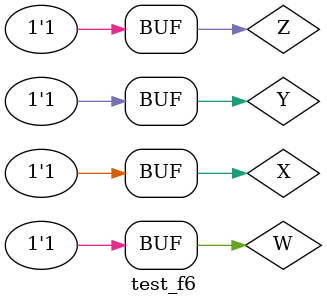
<source format=v>

module f6a ( output s, input X, input Y, input W, input Z);
    // descrever por eXpressao
    assign s = (~Y | ~Z) & (X | ~W | Z)  & (~X | ~W | ~Z); 
endmodule // f6a

module test_f6;
// ------------------------- definir dados
    reg X;
    reg Y;
    reg W;
    reg Z;
    wire s;
    
    f6a moduloA (s, X, Y, W, Z); 

// ------------------------- parte principal
   initial
   begin : main
    $display("Guia_0604 - Rayssa Mell de Souza Silva - 860210");
    $display("Test module");
    $display("   X    Y    W    Z    s");
    // projetar testes do modulo
    $monitor("%4b %4b %4b %4b %4b", X, Y, W, Z, s);
       X = 1'b0; Y = 1'b0; W = 1'b0; Z = 1'b0; 
    #1 X = 1'b0; Y = 1'b0; W = 1'b0; Z = 1'b1;
    #1 X = 1'b0; Y = 1'b0; W = 1'b1; Z = 1'b0;
    #1 X = 1'b0; Y = 1'b0; W = 1'b1; Z = 1'b1;

    #1 X = 1'b0; Y = 1'b1; W = 1'b0; Z = 1'b0;
    #1 X = 1'b0; Y = 1'b1; W = 1'b0; Z = 1'b1;
    #1 X = 1'b0; Y = 1'b1; W = 1'b1; Z = 1'b0;
    #1 X = 1'b0; Y = 1'b1; W = 1'b1; Z = 1'b1;
    
    #1 X = 1'b1; Y = 1'b0; W = 1'b0; Z = 1'b0;
    #1 X = 1'b1; Y = 1'b0; W = 1'b0; Z = 1'b1;
    #1 X = 1'b1; Y = 1'b0; W = 1'b1; Z = 1'b0;
    #1 X = 1'b1; Y = 1'b0; W = 1'b1; Z = 1'b1;
    
    #1 X = 1'b1; Y = 1'b1; W = 1'b0; Z = 1'b0;
    #1 X = 1'b1; Y = 1'b1; W = 1'b0; Z = 1'b1;
    #1 X = 1'b1; Y = 1'b1; W = 1'b1; Z = 1'b0;
    #1 X = 1'b1; Y = 1'b1; W = 1'b1; Z = 1'b1;
end
endmodule // test_f6

/* Registro de Resultado 

a) F (X,Y,W,Z) = π M ( 2, 6, 7, 14 ) => assign s =  (X | ~W | Z) & (X | ~Y | ~W) & (~Y | ~W | Z); 
Tabela Verdade: X    Y    W    Z    s
                0    0    0    0    1
                0    0    0    1    1
                0    0    1    0    0
                0    0    1    1    1
                0    1    0    0    1
                0    1    0    1    1
                0    1    1    0    0
                0    1    1    1    0
                1    0    0    0    1
                1    0    0    1    1
                1    0    1    0    1
                1    0    1    1    1
                1    1    0    0    1
                1    1    0    1    1
                1    1    1    0    0
                1    1    1    1    1

b) F (X,Y,W,Z) = π M ( 4, 5, 9, 13, 14 ) => assign s =  (X | ~Y | W) & (~X | W | ~Z) & (~X | ~Y | ~W | Z)  ;
Tabela Verdade: X    Y    W    Z    s
                0    0    0    0    1
                0    0    0    1    1
                0    0    1    0    1
                0    0    1    1    1
                0    1    0    0    0
                0    1    0    1    0
                0    1    1    0    1
                0    1    1    1    1
                1    0    0    0    1
                1    0    0    1    0
                1    0    1    0    1
                1    0    1    1    1
                1    1    0    0    1
                1    1    0    1    0
                1    1    1    0    0
                1    1    1    1    1
                
c) F (X,Y,W,Z) = π M ( 4, 7, 8, 13, 15 ) => assign s =  (~Y | ~W | ~Z) & (~X | ~Y | ~Z) & (X | ~Y | W | Z) & (~X | Y | W | Z) ; 
Tabela Verdade: X    Y    W    Z    s
                0    0    0    0    1
                0    0    0    1    1
                0    0    1    0    1
                0    0    1    1    1
                0    1    0    0    0
                0    1    0    1    1
                0    1    1    0    1
                0    1    1    1    0
                1    0    0    0    0
                1    0    0    1    1
                1    0    1    0    1
                1    0    1    1    1
                1    1    0    0    1
                1    1    0    1    0
                1    1    1    0    1
                1    1    1    1    0

d) F (X,Y,W,Z) = π M ( 1, 5, 9, 11, 14, 15 ) => assign s =  (X | W | ~Z) & (~X | Y | ~Z) &  (~X | ~Y | ~W); 
Tabela Verdade: X    Y    W    Z    s
                0    0    0    0    1
                0    0    0    1    0
                0    0    1    0    1
                0    0    1    1    1
                0    1    0    0    1
                0    1    0    1    0
                0    1    1    0    1
                0    1    1    1    1
                1    0    0    0    1
                1    0    0    1    0
                1    0    1    0    1
                1    0    1    1    0
                1    1    0    0    1
                1    1    0    1    1
                1    1    1    0    0
                1    1    1    1    0

e) F (X,Y,W,Z) = π M ( 2, 5, 6, 7, 11, 13, 15 ) => assign s = (~Y | ~Z) & (X | ~W | Z)  & (~X | ~W | ~Z)  ; 
Tabela Verdade: X    Y    W    Z    s
                0    0    0    0    1
                0    0    0    1    1
                0    0    1    0    0
                0    0    1    1    1
                0    1    0    0    1
                0    1    0    1    0
                0    1    1    0    0
                0    1    1    1    0
                1    0    0    0    1
                1    0    0    1    1
                1    0    1    0    1
                1    0    1    1    0
                1    1    0    0    1
                1    1    0    1    0
                1    1    1    0    1
                1    1    1    1    0

*/
</source>
